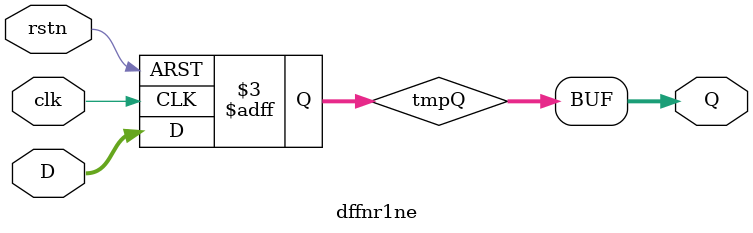
<source format=v>

`include "timescale.inc"
`include "define.vh"




module latch(Q, D, E);
parameter   [31:0]  N = 32'd32;
input wire               E;
input wire    [N-1:0]    D;
output reg    [N-1:0]    Q;

always @(*)
begin
    if (E) begin
        Q <= D;
    end
end
endmodule



// -----------------------------------------------------------------------------
// latch with negedge reset to zero
// -----------------------------------------------------------------------------

module latchnr0(Q, D, E, rstn);
parameter   [31:0]  N = 32'd32;
input wire               E;
input wire               rstn;
input wire    [N-1:0]    D;
output reg    [N-1:0]    Q;

always @(*)
begin
    if (!rstn) begin
        Q <= {N{1'b0}};
    end else begin
        if (E) begin
            Q <= D;
        end
    end
end
endmodule



// -----------------------------------------------------------------------------
// posedge clock dff
// -----------------------------------------------------------------------------

module dff(clk, Q, D);
parameter   [31:0]  N   = 32'd32;
parameter   [31:0]  DEL = 32'd0;
input wire               clk;
input wire    [N-1:0]    D;
output wire   [N-1:0]    Q;

reg         [N-1:0] tmpQ;

`ifdef GATE
    assign  Q = tmpQ;
`else
    generate
        if (DEL == 0) begin
            assign          Q = tmpQ;
        end else begin
            assign  #DEL    Q = tmpQ;
        end
    endgenerate
`endif

always @(posedge clk)
begin
    tmpQ <= D;
end
endmodule



// -----------------------------------------------------------------------------
// posedge clock dff with negedge reset to zero
// -----------------------------------------------------------------------------

module dffnr0(clk, rstn, Q, D);
parameter   [31:0]  N   = 32'd32;
parameter   [31:0]  DEL = 32'd0;
input wire              clk;
input wire              rstn;
input wire    [N-1:0]   D;
output wire   [N-1:0]   Q;

reg         [N-1:0] tmpQ;

`ifdef GATE
    assign  Q = tmpQ;
`else
    generate
        if (DEL == 0) begin
            assign          Q = tmpQ;
        end else begin
            assign  #DEL    Q = tmpQ;
        end
    endgenerate
`endif

always @(posedge clk or negedge rstn)
begin
    if (!rstn) begin
        tmpQ <= {N{1'b0}};
    end else begin
        tmpQ <= D;
    end
end
endmodule



// -----------------------------------------------------------------------------
// posedge clock dff with negedge reset to one
// -----------------------------------------------------------------------------

module dffnr1(clk, rstn, Q, D);
parameter   [31:0]  N = 32'd32;
input wire              clk;
input wire              rstn;
input wire    [N-1:0]   D;
output reg    [N-1:0]   Q;

always @(posedge clk or negedge rstn)
begin
    if (!rstn) begin
        Q <= {N{1'b1}};
    end else begin
        Q <= D;
    end
end
endmodule



// -----------------------------------------------------------------------------
// posedge clock dff with posedge reset to zero
// -----------------------------------------------------------------------------

module dffpr0(clk, rst, Q, D);
parameter   [31:0]  N = 32'd32;
input wire              clk;
input wire              rst;
input wire    [N-1:0]   D;
output reg    [N-1:0]   Q;

always @(posedge clk or posedge rst)
begin
    if (rst) begin
        Q <= {N{1'b0}};
    end else begin
        Q <= D;
    end
end
endmodule



// -----------------------------------------------------------------------------
// posedge clock dff with posedge reset to one
// -----------------------------------------------------------------------------

module dffpr1(clk, rst, Q, D);
parameter   [31:0]  N = 32'd32;
input wire              clk;
input wire              rst;
input wire    [N-1:0]   D;
output reg    [N-1:0]   Q;

always @(posedge clk or posedge rst)
begin
    if (rst) begin
        Q <= {N{1'b1}};
    end else begin
        Q <= D;
    end
end
endmodule



// -----------------------------------------------------------------------------
// posedge clock dff with enable
// -----------------------------------------------------------------------------

module dffen(clk, Q, D, E);
parameter   [31:0]  N   = 32'd32;
parameter   [31:0]  DEL = 32'd0;
input wire              clk;
input wire              E;
input wire    [N-1:0]   D;
output wire   [N-1:0]   Q;

reg [N-1:0]  tmpQ;

`ifdef GATE
    assign  Q = tmpQ;
`else
    generate
        if (DEL == 0) begin
            assign          Q = tmpQ;
        end else begin
            assign  #DEL    Q = tmpQ;
        end
    endgenerate
`endif

always @(posedge clk)
begin
    if (E) begin
        tmpQ <= D;
    end
end
endmodule



// -----------------------------------------------------------------------------
// posedge clock dff with negedge reset to zero and enable
// -----------------------------------------------------------------------------

module dffnr0en(clk, rstn, Q, D, E);
parameter   [31:0]  N   = 32'd32;
parameter   [31:0]  DEL = 32'd0;
input wire              clk;
input wire              rstn;
input wire              E;
input wire    [N-1:0]   D;
output wire   [N-1:0]   Q;

reg [N-1:0]  tmpQ;

`ifdef GATE
    assign  Q = tmpQ;
`else
    generate
        if (DEL == 0) begin
            assign          Q = tmpQ;
        end else begin
            assign  #DEL    Q = tmpQ;
        end
    endgenerate
`endif

always @(posedge clk or negedge rstn)
begin
    if (!rstn) begin
        tmpQ <= {N{1'b0}};
    end else begin
        if (E) begin
            tmpQ <= D;
        end
    end
end

endmodule



// -----------------------------------------------------------------------------
// posedge clock dff with negedge reset to VAL
// -----------------------------------------------------------------------------

module dffnrx(clk, rstn, Q, D);
parameter   [31:0]  N   = 32'd32;
parameter   [31:0]  DEL = 32'd0;
parameter   [31:0]  VAL = 32'd0;
input wire              clk;
input wire              rstn;
input wire    [N-1:0]   D;
output wire   [N-1:0]   Q;

reg [N-1:0]  tmpQ;

`ifdef GATE
    assign  Q = tmpQ;
`else
    generate
        if (DEL == 0) begin
            assign          Q = tmpQ;
        end else begin
            assign  #DEL    Q = tmpQ;
        end
    endgenerate
`endif

always @(posedge clk or negedge rstn)
begin
    if (!rstn) begin
        tmpQ <= VAL[N-1:0];
    end else begin
        tmpQ <= D;
    end
end

endmodule



// -----------------------------------------------------------------------------
// posedge clock dff with negedge reset to VAL and enable
// -----------------------------------------------------------------------------

module dffnrxen(clk, rstn, Q, D, E);
parameter   [31:0]  N   = 32'd32;
parameter   [31:0]  DEL = 32'd0;
parameter   [31:0]  VAL = 32'd0;
input wire              clk;
input wire              rstn;
input wire              E;
input wire    [N-1:0]   D;
output wire   [N-1:0]   Q;

reg [N-1:0]  tmpQ;

`ifdef GATE
    assign  Q = tmpQ;
`else
    generate
        if (DEL == 0) begin
            assign          Q = tmpQ;
        end else begin
            assign  #DEL    Q = tmpQ;
        end
    endgenerate
`endif

always @(posedge clk or negedge rstn)
begin
    if (!rstn) begin
        tmpQ <= VAL[N-1:0];
    end else begin
        if (E) begin
            tmpQ <= D;
        end
    end
end

endmodule



// -----------------------------------------------------------------------------
// posedge clock dff with negedge reset to one and enable
// -----------------------------------------------------------------------------

module dffnr1en(clk, rstn, Q, D, E);
parameter   [31:0]  N   = 32'd32;
parameter   [31:0]  DEL = 32'd0;
input wire              clk;
input wire              rstn;
input wire              E;
input wire    [N-1:0]   D;
output wire   [N-1:0]   Q;

reg [N-1:0]  tmpQ;

`ifdef GATE
    assign  Q = tmpQ;
`else
    generate
        if (DEL == 0) begin
            assign          Q = tmpQ;
        end else begin
            assign  #DEL    Q = tmpQ;
        end
    endgenerate
`endif

always @(posedge clk or negedge rstn)
begin
    if (!rstn) begin
       tmpQ <= {N{1'b1}};
    end else begin
        if (E) begin
            tmpQ <= D;
        end
    end
end
endmodule



// -----------------------------------------------------------------------------
// posedge clock dff with posedge reset to zero and enable
// -----------------------------------------------------------------------------

module dffpr0en(clk, rst, Q, D, E);
parameter   [31:0]  N = 32'd32;
input wire              clk;
input wire              rst;
input wire              E;
input wire    [N-1:0]   D;
output reg    [N-1:0]   Q;

always @(posedge clk or posedge rst)
begin
    if (rst) begin
        Q <= {N{1'b0}};
    end else begin
        if (E) begin
            Q <= D;
        end
    end
end
endmodule



// -----------------------------------------------------------------------------
// posedge clock dff with posedge reset to one and enable
// -----------------------------------------------------------------------------

module dffpr1en(clk, rst, Q, D, E);
parameter   [31:0]  N = 32'd32;
input wire              clk;
input wire              rst;
input wire              E;
input wire    [N-1:0]   D;
output reg    [N-1:0]   Q;

always @(posedge clk or posedge rst)
begin
    if (rst) begin
        Q <= {N{1'b1}};
    end else begin
        if (E) begin
            Q <= D;
        end
    end
end
endmodule



// -----------------------------------------------------------------------------
// negedge clock dff with negedge reset to zero
// -----------------------------------------------------------------------------

module dffnr0ne(clk, rstn, Q, D);
parameter   [31:0] N   = 32'd32;
parameter   [31:0] DEL = 32'd0;
input wire              clk;
input wire              rstn;
input wire    [N-1:0]   D;
output wire   [N-1:0]   Q;

reg         [N-1:0] tmpQ;

`ifdef GATE
    assign  Q = tmpQ;
`else
    generate
        if (DEL == 0) begin
            assign          Q = tmpQ;
        end else begin
            assign  #DEL    Q = tmpQ;
        end
    endgenerate
`endif

always @(negedge clk or negedge rstn)
begin
    if (!rstn) begin
        tmpQ <= {N{1'b0}};
    end else begin
        tmpQ <= D;
    end
end
endmodule



// -----------------------------------------------------------------------------
// negedge clock dff with negedge reset to one
// -----------------------------------------------------------------------------

module dffnr1ne(clk, rstn, Q, D);
parameter   [31:0]  N   = 32'd32;
parameter   [31:0]  DEL = 32'd0;
input wire              clk;
input wire              rstn;
input wire    [N-1:0]   D;
output wire   [N-1:0]   Q;

reg         [N-1:0] tmpQ;

`ifdef GATE
    assign  Q = tmpQ;
`else
    generate
        if (DEL == 0) begin
            assign          Q = tmpQ;
        end else begin
            assign  #DEL    Q = tmpQ;
        end
    endgenerate
`endif

always @(negedge clk or negedge rstn)
begin
    if (!rstn) begin
        tmpQ <= {N{1'b1}};
    end else begin
        tmpQ <= D;
    end
end
endmodule

</source>
